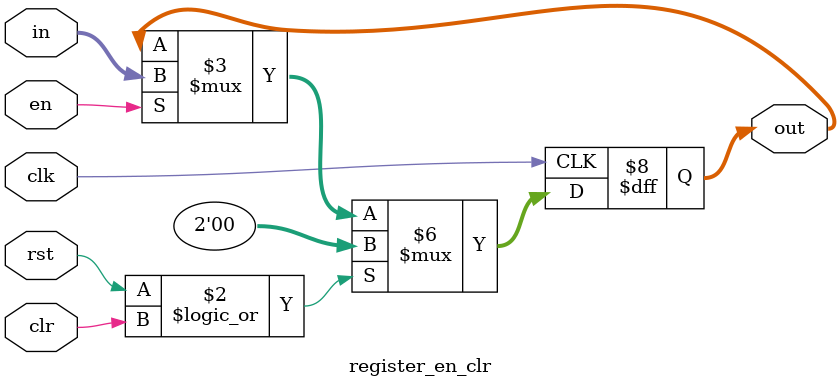
<source format=v>
module register_en_clr #(parameter width = 0)
                 (input clk, rst, en, clr,
                  input  [width-1 : 0] in,
                  output reg [width-1 : 0] out
                 );
                 
                 always@(posedge clk)
                 begin
                     if(rst || clr)
                         out <= 0;
                     else
                     begin
                         if(en) out <= in;
                         //else   out <= out;
                     end
                 end
endmodule
</source>
